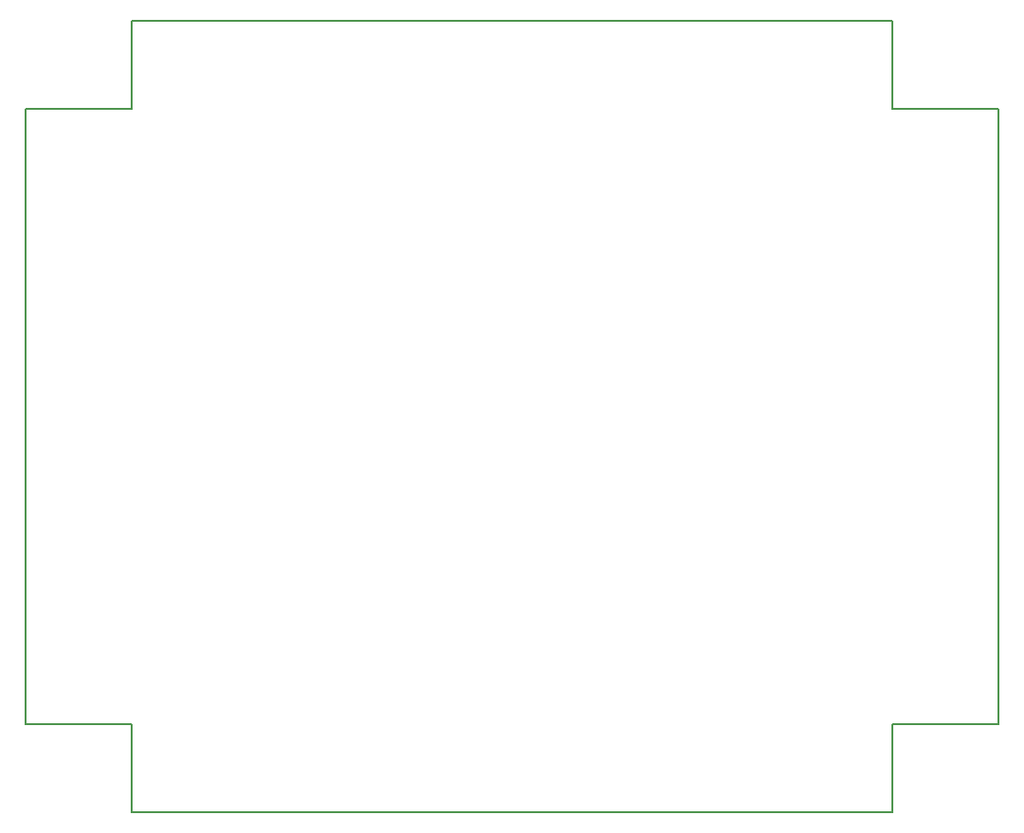
<source format=gbr>
G04 #@! TF.FileFunction,Profile,NP*
%FSLAX46Y46*%
G04 Gerber Fmt 4.6, Leading zero omitted, Abs format (unit mm)*
G04 Created by KiCad (PCBNEW no-vcs-found-product) date Thu Nov 24 16:10:56 2016*
%MOMM*%
%LPD*%
G01*
G04 APERTURE LIST*
%ADD10C,0.100000*%
%ADD11C,0.150000*%
G04 APERTURE END LIST*
D10*
D11*
X114000000Y-62600000D02*
X182000000Y-62600000D01*
X182000000Y-70500000D02*
X182000000Y-62600000D01*
X191500000Y-70500000D02*
X182000000Y-70500000D01*
X114000000Y-70500000D02*
X114000000Y-62600000D01*
X104500000Y-70500000D02*
X114000000Y-70500000D01*
X104500000Y-125500000D02*
X104500000Y-70500000D01*
X191500000Y-125500000D02*
X191500000Y-70500000D01*
X182000000Y-125500000D02*
X191500000Y-125500000D01*
X114000000Y-125500000D02*
X104500000Y-125500000D01*
X182000000Y-133400000D02*
X182000000Y-125500000D01*
X114000000Y-133400000D02*
X114000000Y-125500000D01*
X114000000Y-133400000D02*
X182000000Y-133400000D01*
M02*

</source>
